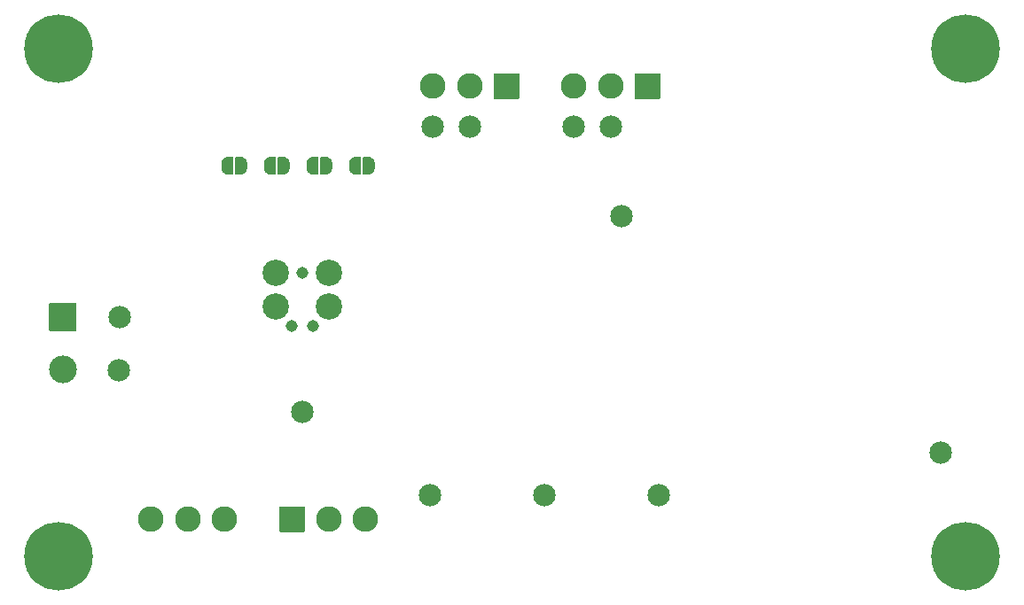
<source format=gbs>
G04 #@! TF.GenerationSoftware,KiCad,Pcbnew,6.0.10-86aedd382b~118~ubuntu18.04.1*
G04 #@! TF.CreationDate,2024-08-26T14:20:04-06:00*
G04 #@! TF.ProjectId,ckt-iiab,636b742d-6969-4616-922e-6b696361645f,rev?*
G04 #@! TF.SameCoordinates,Original*
G04 #@! TF.FileFunction,Soldermask,Bot*
G04 #@! TF.FilePolarity,Negative*
%FSLAX46Y46*%
G04 Gerber Fmt 4.6, Leading zero omitted, Abs format (unit mm)*
G04 Created by KiCad (PCBNEW 6.0.10-86aedd382b~118~ubuntu18.04.1) date 2024-08-26 14:20:04*
%MOMM*%
%LPD*%
G01*
G04 APERTURE LIST*
%ADD10C,2.452400*%
%ADD11C,6.552400*%
%ADD12C,2.527300*%
%ADD13C,1.143000*%
%ADD14C,2.652400*%
%ADD15C,2.152400*%
G04 APERTURE END LIST*
G36*
G01*
X124487200Y-76574000D02*
X124487200Y-78874000D01*
G75*
G02*
X124411000Y-78950200I-76200J0D01*
G01*
X122111000Y-78950200D01*
G75*
G02*
X122034800Y-78874000I0J76200D01*
G01*
X122034800Y-76574000D01*
G75*
G02*
X122111000Y-76497800I76200J0D01*
G01*
X124411000Y-76497800D01*
G75*
G02*
X124487200Y-76574000I0J-76200D01*
G01*
G37*
D10*
X119761000Y-77724000D03*
X116261000Y-77724000D03*
D11*
X167132000Y-122682000D03*
X167132000Y-74168000D03*
X80518000Y-122682000D03*
X80518000Y-74168000D03*
D12*
X101219000Y-95627000D03*
X106299000Y-98802000D03*
X101219000Y-98802000D03*
D13*
X104775000Y-100707000D03*
X103759000Y-95627000D03*
X102743000Y-100707000D03*
D12*
X106299000Y-95627000D03*
G36*
G01*
X79649000Y-98495800D02*
X82149000Y-98495800D01*
G75*
G02*
X82225200Y-98572000I0J-76200D01*
G01*
X82225200Y-101072000D01*
G75*
G02*
X82149000Y-101148200I-76200J0D01*
G01*
X79649000Y-101148200D01*
G75*
G02*
X79572800Y-101072000I0J76200D01*
G01*
X79572800Y-98572000D01*
G75*
G02*
X79649000Y-98495800I76200J0D01*
G01*
G37*
D14*
X80899000Y-104822000D03*
G36*
G01*
X137949200Y-76574000D02*
X137949200Y-78874000D01*
G75*
G02*
X137873000Y-78950200I-76200J0D01*
G01*
X135573000Y-78950200D01*
G75*
G02*
X135496800Y-78874000I0J76200D01*
G01*
X135496800Y-76574000D01*
G75*
G02*
X135573000Y-76497800I76200J0D01*
G01*
X137873000Y-76497800D01*
G75*
G02*
X137949200Y-76574000I0J-76200D01*
G01*
G37*
D10*
X133223000Y-77724000D03*
X129723000Y-77724000D03*
G36*
G01*
X101572800Y-120276000D02*
X101572800Y-117976000D01*
G75*
G02*
X101649000Y-117899800I76200J0D01*
G01*
X103949000Y-117899800D01*
G75*
G02*
X104025200Y-117976000I0J-76200D01*
G01*
X104025200Y-120276000D01*
G75*
G02*
X103949000Y-120352200I-76200J0D01*
G01*
X101649000Y-120352200D01*
G75*
G02*
X101572800Y-120276000I0J76200D01*
G01*
G37*
X106299000Y-119126000D03*
X109799000Y-119126000D03*
X89337000Y-119126000D03*
X92837000Y-119126000D03*
X96337000Y-119126000D03*
D15*
X133223000Y-81592000D03*
X137795000Y-116840000D03*
X126873000Y-116840000D03*
X164719000Y-112776000D03*
G36*
X105511020Y-86152373D02*
G01*
X105484958Y-86107232D01*
X105483800Y-86094000D01*
X105483800Y-84594000D01*
X105501627Y-84545020D01*
X105546768Y-84518958D01*
X105560000Y-84517800D01*
X106060000Y-84517800D01*
X106074334Y-84523017D01*
X106141337Y-84524245D01*
X106162664Y-84527699D01*
X106297979Y-84569974D01*
X106317480Y-84579275D01*
X106435490Y-84657830D01*
X106451596Y-84672231D01*
X106542816Y-84780750D01*
X106554233Y-84799092D01*
X106611328Y-84928851D01*
X106617138Y-84949660D01*
X106634060Y-85079068D01*
X106635042Y-85080768D01*
X106636200Y-85094000D01*
X106636200Y-85594000D01*
X106635448Y-85596066D01*
X106635256Y-85611833D01*
X106613445Y-85751910D01*
X106607128Y-85772570D01*
X106546880Y-85900895D01*
X106535018Y-85918953D01*
X106441174Y-86025211D01*
X106424721Y-86039213D01*
X106304826Y-86114861D01*
X106285105Y-86123683D01*
X106148798Y-86162640D01*
X106127392Y-86165573D01*
X106079745Y-86165282D01*
X106073232Y-86169042D01*
X106060000Y-86170200D01*
X105560000Y-86170200D01*
X105511020Y-86152373D01*
G37*
G36*
X104745919Y-86165075D02*
G01*
X104685630Y-86164707D01*
X104664262Y-86161513D01*
X104528441Y-86120894D01*
X104508828Y-86111832D01*
X104389866Y-86034725D01*
X104373585Y-86020522D01*
X104281047Y-85913125D01*
X104269408Y-85894924D01*
X104210731Y-85765872D01*
X104204667Y-85745135D01*
X104184570Y-85604802D01*
X104183800Y-85594000D01*
X104183800Y-85094000D01*
X104183806Y-85093071D01*
X104183955Y-85080855D01*
X104185005Y-85069142D01*
X104208525Y-84929341D01*
X104215094Y-84908758D01*
X104276906Y-84781179D01*
X104288987Y-84763268D01*
X104384122Y-84658164D01*
X104400745Y-84644363D01*
X104521555Y-84570186D01*
X104541383Y-84561606D01*
X104678156Y-84524317D01*
X104699596Y-84521647D01*
X104740802Y-84522402D01*
X104746768Y-84518958D01*
X104760000Y-84517800D01*
X105260000Y-84517800D01*
X105308980Y-84535627D01*
X105335042Y-84580768D01*
X105336200Y-84594000D01*
X105336200Y-86094000D01*
X105318373Y-86142980D01*
X105273232Y-86169042D01*
X105260000Y-86170200D01*
X104760000Y-86170200D01*
X104745919Y-86165075D01*
G37*
X103759000Y-108839000D03*
G36*
X109575020Y-86152373D02*
G01*
X109548958Y-86107232D01*
X109547800Y-86094000D01*
X109547800Y-84594000D01*
X109565627Y-84545020D01*
X109610768Y-84518958D01*
X109624000Y-84517800D01*
X110124000Y-84517800D01*
X110138334Y-84523017D01*
X110205337Y-84524245D01*
X110226664Y-84527699D01*
X110361979Y-84569974D01*
X110381480Y-84579275D01*
X110499490Y-84657830D01*
X110515596Y-84672231D01*
X110606816Y-84780750D01*
X110618233Y-84799092D01*
X110675328Y-84928851D01*
X110681138Y-84949660D01*
X110698060Y-85079068D01*
X110699042Y-85080768D01*
X110700200Y-85094000D01*
X110700200Y-85594000D01*
X110699448Y-85596066D01*
X110699256Y-85611833D01*
X110677445Y-85751910D01*
X110671128Y-85772570D01*
X110610880Y-85900895D01*
X110599018Y-85918953D01*
X110505174Y-86025211D01*
X110488721Y-86039213D01*
X110368826Y-86114861D01*
X110349105Y-86123683D01*
X110212798Y-86162640D01*
X110191392Y-86165573D01*
X110143745Y-86165282D01*
X110137232Y-86169042D01*
X110124000Y-86170200D01*
X109624000Y-86170200D01*
X109575020Y-86152373D01*
G37*
G36*
X108809919Y-86165075D02*
G01*
X108749630Y-86164707D01*
X108728262Y-86161513D01*
X108592441Y-86120894D01*
X108572828Y-86111832D01*
X108453866Y-86034725D01*
X108437585Y-86020522D01*
X108345047Y-85913125D01*
X108333408Y-85894924D01*
X108274731Y-85765872D01*
X108268667Y-85745135D01*
X108248570Y-85604802D01*
X108247800Y-85594000D01*
X108247800Y-85094000D01*
X108247806Y-85093071D01*
X108247955Y-85080855D01*
X108249005Y-85069142D01*
X108272525Y-84929341D01*
X108279094Y-84908758D01*
X108340906Y-84781179D01*
X108352987Y-84763268D01*
X108448122Y-84658164D01*
X108464745Y-84644363D01*
X108585555Y-84570186D01*
X108605383Y-84561606D01*
X108742156Y-84524317D01*
X108763596Y-84521647D01*
X108804802Y-84522402D01*
X108810768Y-84518958D01*
X108824000Y-84517800D01*
X109324000Y-84517800D01*
X109372980Y-84535627D01*
X109399042Y-84580768D01*
X109400200Y-84594000D01*
X109400200Y-86094000D01*
X109382373Y-86142980D01*
X109337232Y-86169042D01*
X109324000Y-86170200D01*
X108824000Y-86170200D01*
X108809919Y-86165075D01*
G37*
X129667000Y-81592000D03*
X134239000Y-90170000D03*
X119761000Y-81592000D03*
G36*
X101447020Y-86152373D02*
G01*
X101420958Y-86107232D01*
X101419800Y-86094000D01*
X101419800Y-84594000D01*
X101437627Y-84545020D01*
X101482768Y-84518958D01*
X101496000Y-84517800D01*
X101996000Y-84517800D01*
X102010334Y-84523017D01*
X102077337Y-84524245D01*
X102098664Y-84527699D01*
X102233979Y-84569974D01*
X102253480Y-84579275D01*
X102371490Y-84657830D01*
X102387596Y-84672231D01*
X102478816Y-84780750D01*
X102490233Y-84799092D01*
X102547328Y-84928851D01*
X102553138Y-84949660D01*
X102570060Y-85079068D01*
X102571042Y-85080768D01*
X102572200Y-85094000D01*
X102572200Y-85594000D01*
X102571448Y-85596066D01*
X102571256Y-85611833D01*
X102549445Y-85751910D01*
X102543128Y-85772570D01*
X102482880Y-85900895D01*
X102471018Y-85918953D01*
X102377174Y-86025211D01*
X102360721Y-86039213D01*
X102240826Y-86114861D01*
X102221105Y-86123683D01*
X102084798Y-86162640D01*
X102063392Y-86165573D01*
X102015745Y-86165282D01*
X102009232Y-86169042D01*
X101996000Y-86170200D01*
X101496000Y-86170200D01*
X101447020Y-86152373D01*
G37*
G36*
X100681919Y-86165075D02*
G01*
X100621630Y-86164707D01*
X100600262Y-86161513D01*
X100464441Y-86120894D01*
X100444828Y-86111832D01*
X100325866Y-86034725D01*
X100309585Y-86020522D01*
X100217047Y-85913125D01*
X100205408Y-85894924D01*
X100146731Y-85765872D01*
X100140667Y-85745135D01*
X100120570Y-85604802D01*
X100119800Y-85594000D01*
X100119800Y-85094000D01*
X100119806Y-85093071D01*
X100119955Y-85080855D01*
X100121005Y-85069142D01*
X100144525Y-84929341D01*
X100151094Y-84908758D01*
X100212906Y-84781179D01*
X100224987Y-84763268D01*
X100320122Y-84658164D01*
X100336745Y-84644363D01*
X100457555Y-84570186D01*
X100477383Y-84561606D01*
X100614156Y-84524317D01*
X100635596Y-84521647D01*
X100676802Y-84522402D01*
X100682768Y-84518958D01*
X100696000Y-84517800D01*
X101196000Y-84517800D01*
X101244980Y-84535627D01*
X101271042Y-84580768D01*
X101272200Y-84594000D01*
X101272200Y-86094000D01*
X101254373Y-86142980D01*
X101209232Y-86169042D01*
X101196000Y-86170200D01*
X100696000Y-86170200D01*
X100681919Y-86165075D01*
G37*
X86360000Y-99822000D03*
X86280000Y-104902000D03*
X116205000Y-81592000D03*
X115951000Y-116840000D03*
G36*
X97383020Y-86152373D02*
G01*
X97356958Y-86107232D01*
X97355800Y-86094000D01*
X97355800Y-84594000D01*
X97373627Y-84545020D01*
X97418768Y-84518958D01*
X97432000Y-84517800D01*
X97932000Y-84517800D01*
X97946334Y-84523017D01*
X98013337Y-84524245D01*
X98034664Y-84527699D01*
X98169979Y-84569974D01*
X98189480Y-84579275D01*
X98307490Y-84657830D01*
X98323596Y-84672231D01*
X98414816Y-84780750D01*
X98426233Y-84799092D01*
X98483328Y-84928851D01*
X98489138Y-84949660D01*
X98506060Y-85079068D01*
X98507042Y-85080768D01*
X98508200Y-85094000D01*
X98508200Y-85594000D01*
X98507448Y-85596066D01*
X98507256Y-85611833D01*
X98485445Y-85751910D01*
X98479128Y-85772570D01*
X98418880Y-85900895D01*
X98407018Y-85918953D01*
X98313174Y-86025211D01*
X98296721Y-86039213D01*
X98176826Y-86114861D01*
X98157105Y-86123683D01*
X98020798Y-86162640D01*
X97999392Y-86165573D01*
X97951745Y-86165282D01*
X97945232Y-86169042D01*
X97932000Y-86170200D01*
X97432000Y-86170200D01*
X97383020Y-86152373D01*
G37*
G36*
X96617919Y-86165075D02*
G01*
X96557630Y-86164707D01*
X96536262Y-86161513D01*
X96400441Y-86120894D01*
X96380828Y-86111832D01*
X96261866Y-86034725D01*
X96245585Y-86020522D01*
X96153047Y-85913125D01*
X96141408Y-85894924D01*
X96082731Y-85765872D01*
X96076667Y-85745135D01*
X96056570Y-85604802D01*
X96055800Y-85594000D01*
X96055800Y-85094000D01*
X96055806Y-85093071D01*
X96055955Y-85080855D01*
X96057005Y-85069142D01*
X96080525Y-84929341D01*
X96087094Y-84908758D01*
X96148906Y-84781179D01*
X96160987Y-84763268D01*
X96256122Y-84658164D01*
X96272745Y-84644363D01*
X96393555Y-84570186D01*
X96413383Y-84561606D01*
X96550156Y-84524317D01*
X96571596Y-84521647D01*
X96612802Y-84522402D01*
X96618768Y-84518958D01*
X96632000Y-84517800D01*
X97132000Y-84517800D01*
X97180980Y-84535627D01*
X97207042Y-84580768D01*
X97208200Y-84594000D01*
X97208200Y-86094000D01*
X97190373Y-86142980D01*
X97145232Y-86169042D01*
X97132000Y-86170200D01*
X96632000Y-86170200D01*
X96617919Y-86165075D01*
G37*
M02*

</source>
